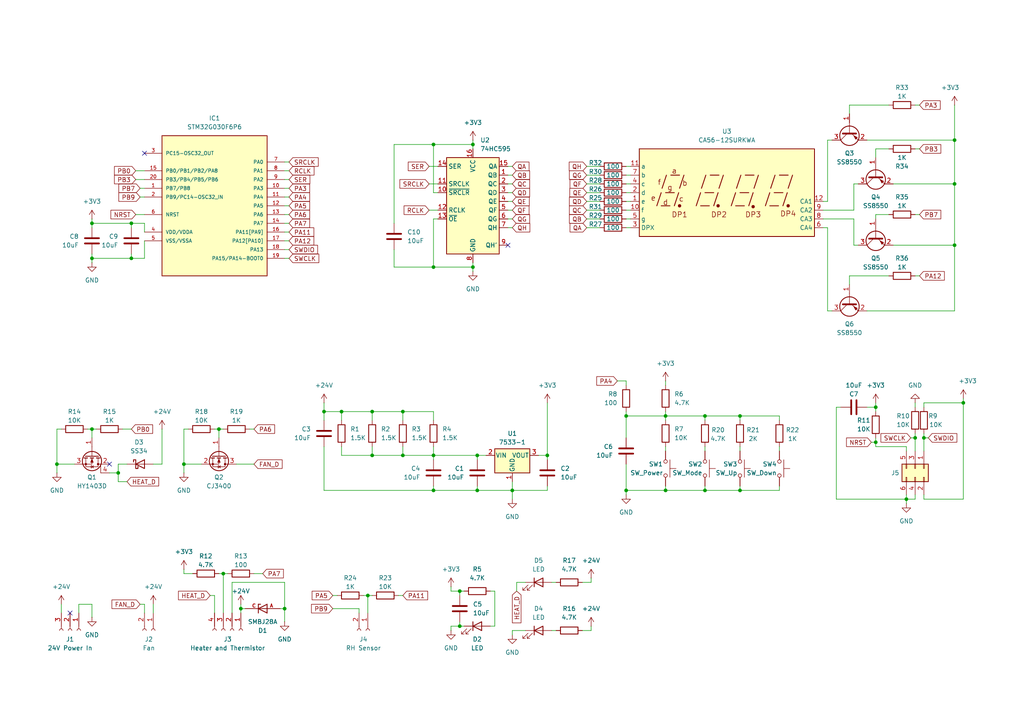
<source format=kicad_sch>
(kicad_sch (version 20250114) (generator "eeschema") (generator_version "9.0")
  (paper "A4")
  (junction (at 106.68 172.72))
  (junction (at 99.06 119.38))
  (junction (at 214.63 142.24))
  (junction (at 107.95 132.08))
  (junction (at 204.47 120.65))
  (junction (at 26.67 124.46))
  (junction (at 214.63 120.65))
  (junction (at 16.51 134.62))
  (junction (at 276.86 71.12))
  (junction (at 26.67 64.77))
  (junction (at 116.84 132.08))
  (junction (at 204.47 142.24))
  (junction (at 181.61 142.24))
  (junction (at 63.5 124.46))
  (junction (at 137.16 41.91))
  (junction (at 133.35 181.61))
  (junction (at 276.86 40.64))
  (junction (at 53.34 134.62))
  (junction (at 137.16 77.47))
  (junction (at 254 118.11))
  (junction (at 125.73 41.91))
  (junction (at 107.95 119.38))
  (junction (at 133.35 171.45))
  (junction (at 276.86 53.34))
  (junction (at 138.43 142.24))
  (junction (at 138.43 132.08))
  (junction (at 265.43 127))
  (junction (at 193.04 120.65))
  (junction (at 38.1 74.93))
  (junction (at 267.97 127))
  (junction (at 181.61 120.65))
  (junction (at 93.98 119.38))
  (junction (at 125.73 77.47))
  (junction (at 125.73 132.08))
  (junction (at 148.59 142.24))
  (junction (at 125.73 142.24))
  (junction (at 82.55 176.53))
  (junction (at 262.89 144.78))
  (junction (at 38.1 64.77))
  (junction (at 279.4 116.84))
  (junction (at 26.67 74.93))
  (junction (at 193.04 142.24))
  (junction (at 34.29 137.16))
  (junction (at 158.75 132.08))
  (junction (at 69.85 176.53))
  (junction (at 64.77 166.37))
  (junction (at 254 128.27))
  (junction (at 116.84 119.38))
  (no_connect (at 147.32 71.12))
  (no_connect (at 31.75 134.62))
  (no_connect (at 41.91 44.45))
  (no_connect (at 20.32 177.8))
  (wire (pts (xy 181.61 119.38) (xy 181.61 120.65)))
  (wire (pts (xy 125.73 119.38) (xy 125.73 121.92)))
  (wire (pts (xy 226.06 129.54) (xy 226.06 130.81)))
  (wire (pts (xy 181.61 66.04) (xy 182.88 66.04)))
  (wire (pts (xy 138.43 142.24) (xy 148.59 142.24)))
  (wire (pts (xy 242.57 144.78) (xy 262.89 144.78)))
  (wire (pts (xy 226.06 140.97) (xy 226.06 142.24)))
  (wire (pts (xy 214.63 120.65) (xy 214.63 121.92)))
  (wire (pts (xy 262.89 130.81) (xy 262.89 129.54)))
  (wire (pts (xy 149.86 171.45) (xy 149.86 168.91)))
  (wire (pts (xy 170.18 50.8) (xy 173.99 50.8)))
  (wire (pts (xy 170.18 58.42) (xy 173.99 58.42)))
  (wire (pts (xy 36.83 134.62) (xy 34.29 134.62)))
  (wire (pts (xy 148.59 144.78) (xy 148.59 142.24)))
  (wire (pts (xy 265.43 143.51) (xy 265.43 144.78)))
  (wire (pts (xy 38.1 124.46) (xy 35.56 124.46)))
  (wire (pts (xy 265.43 144.78) (xy 262.89 144.78)))
  (wire (pts (xy 22.86 175.26) (xy 26.67 175.26)))
  (wire (pts (xy 267.97 116.84) (xy 267.97 118.11)))
  (wire (pts (xy 148.59 58.42) (xy 147.32 58.42)))
  (wire (pts (xy 240.03 66.04) (xy 238.76 66.04)))
  (wire (pts (xy 83.82 54.61) (xy 82.55 54.61)))
  (wire (pts (xy 137.16 40.64) (xy 137.16 41.91)))
  (wire (pts (xy 226.06 121.92) (xy 226.06 120.65)))
  (wire (pts (xy 137.16 41.91) (xy 137.16 43.18)))
  (wire (pts (xy 138.43 142.24) (xy 138.43 140.97)))
  (wire (pts (xy 130.81 171.45) (xy 133.35 171.45)))
  (wire (pts (xy 39.37 62.23) (xy 41.91 62.23)))
  (wire (pts (xy 82.55 59.69) (xy 83.82 59.69)))
  (wire (pts (xy 265.43 116.84) (xy 265.43 118.11)))
  (wire (pts (xy 93.98 116.84) (xy 93.98 119.38)))
  (wire (pts (xy 247.65 71.12) (xy 247.65 63.5)))
  (wire (pts (xy 158.75 132.08) (xy 156.21 132.08)))
  (wire (pts (xy 38.1 74.93) (xy 41.91 74.93)))
  (wire (pts (xy 107.95 132.08) (xy 107.95 129.54)))
  (wire (pts (xy 93.98 121.92) (xy 93.98 119.38)))
  (wire (pts (xy 267.97 143.51) (xy 267.97 144.78)))
  (wire (pts (xy 73.66 124.46) (xy 72.39 124.46)))
  (wire (pts (xy 254 129.54) (xy 254 128.27)))
  (wire (pts (xy 93.98 119.38) (xy 99.06 119.38)))
  (wire (pts (xy 125.73 133.35) (xy 125.73 132.08)))
  (wire (pts (xy 137.16 76.2) (xy 137.16 77.47)))
  (wire (pts (xy 246.38 30.48) (xy 246.38 33.02)))
  (wire (pts (xy 267.97 127) (xy 267.97 130.81)))
  (wire (pts (xy 96.52 172.72) (xy 97.79 172.72)))
  (wire (pts (xy 62.23 124.46) (xy 63.5 124.46)))
  (wire (pts (xy 26.67 74.93) (xy 38.1 74.93)))
  (wire (pts (xy 82.55 176.53) (xy 82.55 180.34)))
  (wire (pts (xy 247.65 63.5) (xy 238.76 63.5)))
  (wire (pts (xy 137.16 78.74) (xy 137.16 77.47)))
  (wire (pts (xy 53.34 124.46) (xy 53.34 134.62)))
  (wire (pts (xy 193.04 120.65) (xy 193.04 121.92)))
  (wire (pts (xy 204.47 120.65) (xy 214.63 120.65)))
  (wire (pts (xy 246.38 80.01) (xy 246.38 82.55)))
  (wire (pts (xy 116.84 132.08) (xy 125.73 132.08)))
  (wire (pts (xy 262.89 143.51) (xy 262.89 144.78)))
  (wire (pts (xy 170.18 60.96) (xy 173.99 60.96)))
  (wire (pts (xy 254 116.84) (xy 254 118.11)))
  (wire (pts (xy 130.81 170.18) (xy 130.81 171.45)))
  (wire (pts (xy 158.75 133.35) (xy 158.75 132.08)))
  (wire (pts (xy 17.78 175.26) (xy 17.78 177.8)))
  (wire (pts (xy 251.46 40.64) (xy 276.86 40.64)))
  (wire (pts (xy 41.91 74.93) (xy 41.91 69.85)))
  (wire (pts (xy 16.51 124.46) (xy 17.78 124.46)))
  (wire (pts (xy 25.4 124.46) (xy 26.67 124.46)))
  (wire (pts (xy 62.23 172.72) (xy 62.23 177.8)))
  (wire (pts (xy 93.98 142.24) (xy 125.73 142.24)))
  (wire (pts (xy 83.82 69.85) (xy 82.55 69.85)))
  (wire (pts (xy 82.55 168.91) (xy 82.55 176.53)))
  (wire (pts (xy 125.73 142.24) (xy 138.43 142.24)))
  (wire (pts (xy 60.96 172.72) (xy 62.23 172.72)))
  (wire (pts (xy 148.59 182.88) (xy 152.4 182.88)))
  (wire (pts (xy 171.45 168.91) (xy 168.91 168.91)))
  (wire (pts (xy 26.67 74.93) (xy 26.67 76.2)))
  (wire (pts (xy 148.59 139.7) (xy 148.59 142.24)))
  (wire (pts (xy 44.45 175.26) (xy 44.45 177.8)))
  (wire (pts (xy 26.67 124.46) (xy 27.94 124.46)))
  (wire (pts (xy 204.47 120.65) (xy 204.47 121.92)))
  (wire (pts (xy 125.73 140.97) (xy 125.73 142.24)))
  (wire (pts (xy 40.64 57.15) (xy 41.91 57.15)))
  (wire (pts (xy 171.45 167.64) (xy 171.45 168.91)))
  (wire (pts (xy 53.34 134.62) (xy 58.42 134.62)))
  (wire (pts (xy 257.81 30.48) (xy 246.38 30.48)))
  (wire (pts (xy 124.46 53.34) (xy 127 53.34)))
  (wire (pts (xy 193.04 142.24) (xy 204.47 142.24)))
  (wire (pts (xy 82.55 168.91) (xy 67.31 168.91)))
  (wire (pts (xy 82.55 176.53) (xy 81.28 176.53)))
  (wire (pts (xy 99.06 132.08) (xy 107.95 132.08)))
  (wire (pts (xy 124.46 60.96) (xy 127 60.96)))
  (wire (pts (xy 179.07 110.49) (xy 181.61 110.49)))
  (wire (pts (xy 16.51 134.62) (xy 21.59 134.62)))
  (wire (pts (xy 106.68 172.72) (xy 106.68 177.8)))
  (wire (pts (xy 267.97 125.73) (xy 267.97 127)))
  (wire (pts (xy 148.59 142.24) (xy 158.75 142.24)))
  (wire (pts (xy 158.75 142.24) (xy 158.75 140.97)))
  (wire (pts (xy 138.43 133.35) (xy 138.43 132.08)))
  (wire (pts (xy 71.12 176.53) (xy 69.85 176.53)))
  (wire (pts (xy 262.89 146.05) (xy 262.89 144.78)))
  (wire (pts (xy 22.86 177.8) (xy 22.86 175.26)))
  (wire (pts (xy 63.5 124.46) (xy 63.5 127)))
  (wire (pts (xy 267.97 144.78) (xy 279.4 144.78)))
  (wire (pts (xy 134.62 171.45) (xy 133.35 171.45)))
  (wire (pts (xy 46.99 124.46) (xy 46.99 134.62)))
  (wire (pts (xy 266.7 43.18) (xy 265.43 43.18)))
  (wire (pts (xy 53.34 166.37) (xy 55.88 166.37)))
  (wire (pts (xy 63.5 166.37) (xy 64.77 166.37)))
  (wire (pts (xy 170.18 48.26) (xy 173.99 48.26)))
  (wire (pts (xy 38.1 73.66) (xy 38.1 74.93)))
  (wire (pts (xy 40.64 54.61) (xy 41.91 54.61)))
  (wire (pts (xy 53.34 134.62) (xy 53.34 137.16)))
  (wire (pts (xy 181.61 110.49) (xy 181.61 111.76)))
  (wire (pts (xy 26.67 64.77) (xy 38.1 64.77)))
  (wire (pts (xy 240.03 90.17) (xy 240.03 66.04)))
  (wire (pts (xy 40.64 175.26) (xy 41.91 175.26)))
  (wire (pts (xy 254 62.23) (xy 254 63.5)))
  (wire (pts (xy 267.97 116.84) (xy 279.4 116.84)))
  (wire (pts (xy 114.3 72.39) (xy 114.3 77.47)))
  (wire (pts (xy 181.61 63.5) (xy 182.88 63.5)))
  (wire (pts (xy 193.04 129.54) (xy 193.04 130.81)))
  (wire (pts (xy 125.73 132.08) (xy 138.43 132.08)))
  (wire (pts (xy 193.04 119.38) (xy 193.04 120.65)))
  (wire (pts (xy 26.67 66.04) (xy 26.67 64.77)))
  (wire (pts (xy 247.65 60.96) (xy 238.76 60.96)))
  (wire (pts (xy 181.61 53.34) (xy 182.88 53.34)))
  (wire (pts (xy 16.51 137.16) (xy 16.51 134.62)))
  (wire (pts (xy 269.24 127) (xy 267.97 127)))
  (wire (pts (xy 83.82 74.93) (xy 82.55 74.93)))
  (wire (pts (xy 63.5 124.46) (xy 64.77 124.46)))
  (wire (pts (xy 125.73 63.5) (xy 125.73 77.47)))
  (wire (pts (xy 41.91 64.77) (xy 38.1 64.77)))
  (wire (pts (xy 140.97 132.08) (xy 138.43 132.08)))
  (wire (pts (xy 181.61 142.24) (xy 193.04 142.24)))
  (wire (pts (xy 279.4 116.84) (xy 279.4 144.78)))
  (wire (pts (xy 115.57 172.72) (xy 116.84 172.72)))
  (wire (pts (xy 181.61 120.65) (xy 193.04 120.65)))
  (wire (pts (xy 53.34 165.1) (xy 53.34 166.37)))
  (wire (pts (xy 99.06 132.08) (xy 99.06 129.54)))
  (wire (pts (xy 133.35 171.45) (xy 133.35 172.72)))
  (wire (pts (xy 251.46 118.11) (xy 254 118.11)))
  (wire (pts (xy 193.04 110.49) (xy 193.04 111.76)))
  (wire (pts (xy 83.82 67.31) (xy 82.55 67.31)))
  (wire (pts (xy 181.61 58.42) (xy 182.88 58.42)))
  (wire (pts (xy 181.61 60.96) (xy 182.88 60.96)))
  (wire (pts (xy 83.82 64.77) (xy 82.55 64.77)))
  (wire (pts (xy 143.51 181.61) (xy 142.24 181.61)))
  (wire (pts (xy 276.86 53.34) (xy 259.08 53.34)))
  (wire (pts (xy 106.68 172.72) (xy 107.95 172.72)))
  (wire (pts (xy 257.81 43.18) (xy 254 43.18)))
  (wire (pts (xy 83.82 57.15) (xy 82.55 57.15)))
  (wire (pts (xy 104.14 176.53) (xy 104.14 177.8)))
  (wire (pts (xy 148.59 63.5) (xy 147.32 63.5)))
  (wire (pts (xy 161.29 182.88) (xy 160.02 182.88)))
  (wire (pts (xy 265.43 125.73) (xy 265.43 127)))
  (wire (pts (xy 240.03 58.42) (xy 238.76 58.42)))
  (wire (pts (xy 193.04 120.65) (xy 204.47 120.65)))
  (wire (pts (xy 16.51 124.46) (xy 16.51 134.62)))
  (wire (pts (xy 226.06 142.24) (xy 214.63 142.24)))
  (wire (pts (xy 39.37 52.07) (xy 41.91 52.07)))
  (wire (pts (xy 170.18 66.04) (xy 173.99 66.04)))
  (wire (pts (xy 114.3 77.47) (xy 125.73 77.47)))
  (wire (pts (xy 67.31 168.91) (xy 67.31 177.8)))
  (wire (pts (xy 99.06 119.38) (xy 107.95 119.38)))
  (wire (pts (xy 149.86 168.91) (xy 152.4 168.91)))
  (wire (pts (xy 26.67 73.66) (xy 26.67 74.93)))
  (wire (pts (xy 181.61 143.51) (xy 181.61 142.24)))
  (wire (pts (xy 181.61 50.8) (xy 182.88 50.8)))
  (wire (pts (xy 124.46 48.26) (xy 127 48.26)))
  (wire (pts (xy 125.73 41.91) (xy 137.16 41.91)))
  (wire (pts (xy 276.86 40.64) (xy 276.86 53.34)))
  (wire (pts (xy 254 118.11) (xy 254 119.38)))
  (wire (pts (xy 125.73 55.88) (xy 127 55.88)))
  (wire (pts (xy 251.46 90.17) (xy 276.86 90.17)))
  (wire (pts (xy 148.59 184.15) (xy 148.59 182.88)))
  (wire (pts (xy 193.04 140.97) (xy 193.04 142.24)))
  (wire (pts (xy 181.61 127) (xy 181.61 120.65)))
  (wire (pts (xy 276.86 30.48) (xy 276.86 40.64)))
  (wire (pts (xy 143.51 171.45) (xy 142.24 171.45)))
  (wire (pts (xy 279.4 115.57) (xy 279.4 116.84)))
  (wire (pts (xy 181.61 48.26) (xy 182.88 48.26)))
  (wire (pts (xy 276.86 90.17) (xy 276.86 71.12)))
  (wire (pts (xy 44.45 134.62) (xy 46.99 134.62)))
  (wire (pts (xy 148.59 60.96) (xy 147.32 60.96)))
  (wire (pts (xy 148.59 66.04) (xy 147.32 66.04)))
  (wire (pts (xy 148.59 50.8) (xy 147.32 50.8)))
  (wire (pts (xy 204.47 142.24) (xy 214.63 142.24)))
  (wire (pts (xy 266.7 62.23) (xy 265.43 62.23)))
  (wire (pts (xy 240.03 40.64) (xy 240.03 58.42)))
  (wire (pts (xy 266.7 80.01) (xy 265.43 80.01)))
  (wire (pts (xy 54.61 124.46) (xy 53.34 124.46)))
  (wire (pts (xy 214.63 129.54) (xy 214.63 130.81)))
  (wire (pts (xy 39.37 49.53) (xy 41.91 49.53)))
  (wire (pts (xy 83.82 52.07) (xy 82.55 52.07)))
  (wire (pts (xy 83.82 49.53) (xy 82.55 49.53)))
  (wire (pts (xy 276.86 53.34) (xy 276.86 71.12)))
  (wire (pts (xy 264.16 127) (xy 265.43 127)))
  (wire (pts (xy 171.45 181.61) (xy 171.45 182.88)))
  (wire (pts (xy 83.82 46.99) (xy 82.55 46.99)))
  (wire (pts (xy 247.65 53.34) (xy 247.65 60.96)))
  (wire (pts (xy 254 129.54) (xy 262.89 129.54)))
  (wire (pts (xy 170.18 55.88) (xy 173.99 55.88)))
  (wire (pts (xy 125.73 77.47) (xy 137.16 77.47)))
  (wire (pts (xy 133.35 181.61) (xy 133.35 180.34)))
  (wire (pts (xy 83.82 62.23) (xy 82.55 62.23)))
  (wire (pts (xy 76.2 166.37) (xy 73.66 166.37)))
  (wire (pts (xy 134.62 181.61) (xy 133.35 181.61)))
  (wire (pts (xy 204.47 129.54) (xy 204.47 130.81)))
  (wire (pts (xy 64.77 166.37) (xy 66.04 166.37)))
  (wire (pts (xy 31.75 137.16) (xy 34.29 137.16)))
  (wire (pts (xy 252.73 128.27) (xy 254 128.27)))
  (wire (pts (xy 214.63 120.65) (xy 226.06 120.65)))
  (wire (pts (xy 99.06 119.38) (xy 99.06 121.92)))
  (wire (pts (xy 158.75 116.84) (xy 158.75 132.08)))
  (wire (pts (xy 107.95 119.38) (xy 107.95 121.92)))
  (wire (pts (xy 127 63.5) (xy 125.73 63.5)))
  (wire (pts (xy 96.52 176.53) (xy 104.14 176.53)))
  (wire (pts (xy 257.81 62.23) (xy 254 62.23)))
  (wire (pts (xy 26.67 175.26) (xy 26.67 179.07)))
  (wire (pts (xy 73.66 134.62) (xy 68.58 134.62)))
  (wire (pts (xy 130.81 182.88) (xy 130.81 181.61)))
  (wire (pts (xy 242.57 118.11) (xy 242.57 144.78)))
  (wire (pts (xy 41.91 64.77) (xy 41.91 67.31)))
  (wire (pts (xy 161.29 168.91) (xy 160.02 168.91)))
  (wire (pts (xy 114.3 41.91) (xy 125.73 41.91)))
  (wire (pts (xy 107.95 119.38) (xy 116.84 119.38)))
  (wire (pts (xy 41.91 175.26) (xy 41.91 177.8)))
  (wire (pts (xy 105.41 172.72) (xy 106.68 172.72)))
  (wire (pts (xy 26.67 63.5) (xy 26.67 64.77)))
  (wire (pts (xy 214.63 140.97) (xy 214.63 142.24)))
  (wire (pts (xy 265.43 127) (xy 265.43 130.81)))
  (wire (pts (xy 107.95 132.08) (xy 116.84 132.08)))
  (wire (pts (xy 241.3 40.64) (xy 240.03 40.64)))
  (wire (pts (xy 114.3 64.77) (xy 114.3 41.91)))
  (wire (pts (xy 83.82 72.39) (xy 82.55 72.39)))
  (wire (pts (xy 69.85 176.53) (xy 69.85 177.8)))
  (wire (pts (xy 204.47 140.97) (xy 204.47 142.24)))
  (wire (pts (xy 171.45 182.88) (xy 168.91 182.88)))
  (wire (pts (xy 181.61 55.88) (xy 182.88 55.88)))
  (wire (pts (xy 254 128.27) (xy 254 127)))
  (wire (pts (xy 143.51 181.61) (xy 143.51 171.45)))
  (wire (pts (xy 125.73 132.08) (xy 125.73 129.54)))
  (wire (pts (xy 248.92 53.34) (xy 247.65 53.34)))
  (wire (pts (xy 148.59 55.88) (xy 147.32 55.88)))
  (wire (pts (xy 170.18 53.34) (xy 173.99 53.34)))
  (wire (pts (xy 248.92 71.12) (xy 247.65 71.12)))
  (wire (pts (xy 38.1 64.77) (xy 38.1 66.04)))
  (wire (pts (xy 93.98 129.54) (xy 93.98 142.24)))
  (wire (pts (xy 254 43.18) (xy 254 45.72)))
  (wire (pts (xy 34.29 134.62) (xy 34.29 137.16)))
  (wire (pts (xy 116.84 132.08) (xy 116.84 129.54)))
  (wire (pts (xy 241.3 90.17) (xy 240.03 90.17)))
  (wire (pts (xy 116.84 119.38) (xy 116.84 121.92)))
  (wire (pts (xy 148.59 53.34) (xy 147.32 53.34)))
  (wire (pts (xy 148.59 48.26) (xy 147.32 48.26)))
  (wire (pts (xy 34.29 139.7) (xy 34.29 137.16)))
  (wire (pts (xy 64.77 166.37) (xy 64.77 177.8)))
  (wire (pts (xy 69.85 175.26) (xy 69.85 176.53)))
  (wire (pts (xy 170.18 63.5) (xy 173.99 63.5)))
  (wire (pts (xy 125.73 55.88) (xy 125.73 41.91)))
  (wire (pts (xy 259.08 71.12) (xy 276.86 71.12)))
  (wire (pts (xy 257.81 80.01) (xy 246.38 80.01)))
  (wire (pts (xy 243.84 118.11) (xy 242.57 118.11)))
  (wire (pts (xy 266.7 30.48) (xy 265.43 30.48)))
  (wire (pts (xy 130.81 181.61) (xy 133.35 181.61)))
  (wire (pts (xy 181.61 134.62) (xy 181.61 142.24)))
  (wire (pts (xy 26.67 124.46) (xy 26.67 127)))
  (wire (pts (xy 34.29 139.7) (xy 36.83 139.7)))
  (wire (pts (xy 116.84 119.38) (xy 125.73 119.38)))
  (global_label "QB" (shape input) (at 170.18 63.5 180) (property "Intersheetrefs" "${INTERSHEET_REFS}" (effects (hide yes))))
  (global_label "PB9" (shape input) (at 96.52 176.53 180) (property "Intersheetrefs" "${INTERSHEET_REFS}" (effects (hide yes))))
  (global_label "SWDIO" (shape input) (at 83.82 72.39 0) (property "Intersheetrefs" "${INTERSHEET_REFS}" (effects (hide yes))))
  (global_label "NRST" (shape input) (at 39.37 62.23 180) (property "Intersheetrefs" "${INTERSHEET_REFS}" (effects (hide yes))))
  (global_label "QD" (shape input) (at 148.59 55.88 0) (property "Intersheetrefs" "${INTERSHEET_REFS}" (effects (hide yes))))
  (global_label "SWCLK" (shape input) (at 83.82 74.93 0) (property "Intersheetrefs" "${INTERSHEET_REFS}" (effects (hide yes))))
  (global_label "SRCLK" (shape input) (at 83.82 46.99 0) (property "Intersheetrefs" "${INTERSHEET_REFS}" (effects (hide yes))))
  (global_label "PA11" (shape input) (at 83.82 67.31 0) (property "Intersheetrefs" "${INTERSHEET_REFS}" (effects (hide yes))))
  (global_label "PB0" (shape input) (at 38.1 124.46 0) (property "Intersheetrefs" "${INTERSHEET_REFS}" (effects (hide yes))))
  (global_label "QH" (shape input) (at 148.59 66.04 0) (property "Intersheetrefs" "${INTERSHEET_REFS}" (effects (hide yes))))
  (global_label "PA5" (shape input) (at 96.52 172.72 180) (property "Intersheetrefs" "${INTERSHEET_REFS}" (effects (hide yes))))
  (global_label "QF" (shape input) (at 148.59 60.96 0) (property "Intersheetrefs" "${INTERSHEET_REFS}" (effects (hide yes))))
  (global_label "QG" (shape input) (at 170.18 50.8 180) (property "Intersheetrefs" "${INTERSHEET_REFS}" (effects (hide yes))))
  (global_label "RCLK" (shape input) (at 124.46 60.96 180) (property "Intersheetrefs" "${INTERSHEET_REFS}" (effects (hide yes))))
  (global_label "SRCLK" (shape input) (at 124.46 53.34 180) (property "Intersheetrefs" "${INTERSHEET_REFS}" (effects (hide yes))))
  (global_label "HEAT_D" (shape input) (at 36.83 139.7 0) (property "Intersheetrefs" "${INTERSHEET_REFS}" (effects (hide yes))))
  (global_label "NRST" (shape input) (at 252.73 128.27 180) (property "Intersheetrefs" "${INTERSHEET_REFS}" (effects (hide yes))))
  (global_label "SER" (shape input) (at 124.46 48.26 180) (property "Intersheetrefs" "${INTERSHEET_REFS}" (effects (hide yes))))
  (global_label "PB0" (shape input) (at 39.37 49.53 180) (property "Intersheetrefs" "${INTERSHEET_REFS}" (effects (hide yes))))
  (global_label "QE" (shape input) (at 148.59 58.42 0) (property "Intersheetrefs" "${INTERSHEET_REFS}" (effects (hide yes))))
  (global_label "PB3" (shape input) (at 266.7 43.18 0) (property "Intersheetrefs" "${INTERSHEET_REFS}" (effects (hide yes))))
  (global_label "QG" (shape input) (at 148.59 63.5 0) (property "Intersheetrefs" "${INTERSHEET_REFS}" (effects (hide yes))))
  (global_label "PA12" (shape input) (at 266.7 80.01 0) (property "Intersheetrefs" "${INTERSHEET_REFS}" (effects (hide yes))))
  (global_label "QA" (shape input) (at 148.59 48.26 0) (property "Intersheetrefs" "${INTERSHEET_REFS}" (effects (hide yes))))
  (global_label "SWDIO" (shape input) (at 269.24 127 0) (property "Intersheetrefs" "${INTERSHEET_REFS}" (effects (hide yes))))
  (global_label "PB9" (shape input) (at 40.64 57.15 180) (property "Intersheetrefs" "${INTERSHEET_REFS}" (effects (hide yes))))
  (global_label "PB3" (shape input) (at 39.37 52.07 180) (property "Intersheetrefs" "${INTERSHEET_REFS}" (effects (hide yes))))
  (global_label "QD" (shape input) (at 170.18 58.42 180) (property "Intersheetrefs" "${INTERSHEET_REFS}" (effects (hide yes))))
  (global_label "PA4" (shape input) (at 179.07 110.49 180) (property "Intersheetrefs" "${INTERSHEET_REFS}" (effects (hide yes))))
  (global_label "QA" (shape input) (at 170.18 66.04 180) (property "Intersheetrefs" "${INTERSHEET_REFS}" (effects (hide yes))))
  (global_label "PA6" (shape input) (at 83.82 62.23 0) (property "Intersheetrefs" "${INTERSHEET_REFS}" (effects (hide yes))))
  (global_label "QE" (shape input) (at 170.18 55.88 180) (property "Intersheetrefs" "${INTERSHEET_REFS}" (effects (hide yes))))
  (global_label "SWCLK" (shape input) (at 264.16 127 180) (property "Intersheetrefs" "${INTERSHEET_REFS}" (effects (hide yes))))
  (global_label "FAN_D" (shape input) (at 40.64 175.26 180) (property "Intersheetrefs" "${INTERSHEET_REFS}" (effects (hide yes))))
  (global_label "PA11" (shape input) (at 116.84 172.72 0) (property "Intersheetrefs" "${INTERSHEET_REFS}" (effects (hide yes))))
  (global_label "PA4" (shape input) (at 83.82 57.15 0) (property "Intersheetrefs" "${INTERSHEET_REFS}" (effects (hide yes))))
  (global_label "FAN_D" (shape input) (at 73.66 134.62 0) (property "Intersheetrefs" "${INTERSHEET_REFS}" (effects (hide yes))))
  (global_label "PA3" (shape input) (at 83.82 54.61 0) (property "Intersheetrefs" "${INTERSHEET_REFS}" (effects (hide yes))))
  (global_label "QC" (shape input) (at 170.18 60.96 180) (property "Intersheetrefs" "${INTERSHEET_REFS}" (effects (hide yes))))
  (global_label "PA6" (shape input) (at 73.66 124.46 0) (property "Intersheetrefs" "${INTERSHEET_REFS}" (effects (hide yes))))
  (global_label "QF" (shape input) (at 170.18 53.34 180) (property "Intersheetrefs" "${INTERSHEET_REFS}" (effects (hide yes))))
  (global_label "QH" (shape input) (at 170.18 48.26 180) (property "Intersheetrefs" "${INTERSHEET_REFS}" (effects (hide yes))))
  (global_label "SER" (shape input) (at 83.82 52.07 0) (property "Intersheetrefs" "${INTERSHEET_REFS}" (effects (hide yes))))
  (global_label "PA7" (shape input) (at 83.82 64.77 0) (property "Intersheetrefs" "${INTERSHEET_REFS}" (effects (hide yes))))
  (global_label "PA5" (shape input) (at 83.82 59.69 0) (property "Intersheetrefs" "${INTERSHEET_REFS}" (effects (hide yes))))
  (global_label "PA3" (shape input) (at 266.7 30.48 0) (property "Intersheetrefs" "${INTERSHEET_REFS}" (effects (hide yes))))
  (global_label "PB7" (shape input) (at 266.7 62.23 0) (property "Intersheetrefs" "${INTERSHEET_REFS}" (effects (hide yes))))
  (global_label "RCLK" (shape input) (at 83.82 49.53 0) (property "Intersheetrefs" "${INTERSHEET_REFS}" (effects (hide yes))))
  (global_label "HEAT_D" (shape input) (at 149.86 171.45 270) (property "Intersheetrefs" "${INTERSHEET_REFS}" (effects (hide yes))))
  (global_label "QC" (shape input) (at 148.59 53.34 0) (property "Intersheetrefs" "${INTERSHEET_REFS}" (effects (hide yes))))
  (global_label "PA12" (shape input) (at 83.82 69.85 0) (property "Intersheetrefs" "${INTERSHEET_REFS}" (effects (hide yes))))
  (global_label "PA7" (shape input) (at 76.2 166.37 0) (property "Intersheetrefs" "${INTERSHEET_REFS}" (effects (hide yes))))
  (global_label "QB" (shape input) (at 148.59 50.8 0) (property "Intersheetrefs" "${INTERSHEET_REFS}" (effects (hide yes))))
  (global_label "PB7" (shape input) (at 40.64 54.61 180) (property "Intersheetrefs" "${INTERSHEET_REFS}" (effects (hide yes))))
  (global_label "HEAT_D" (shape input) (at 60.96 172.72 180) (property "Intersheetrefs" "${INTERSHEET_REFS}" (effects (hide yes))))
  (symbol (lib_id "Switch:SW_Push") (at 214.63 135.89 270) (unit 1)
    (property "Reference" "SW3" (at 213.868 134.62 90) (effects (justify right)))
    (property "Value" "SW_Up" (at 213.868 137.16 90) (effects (justify right)))
    (property "Description" "Push button switch, generic, two pins" (effects (hide yes)))
  )
  (symbol (lib_id "Device:R") (at 111.76 172.72 270) (mirror x) (unit 1)
    (property "Reference" "R23" (at 111.76 167.64 90))
    (property "Value" "10K" (at 111.76 170.18 90))
    (property "Footprint" "Resistor_SMD:R_0805_2012Metric" (effects (hide yes)))
    (property "Description" "Resistor" (effects (hide yes)))
  )
  (symbol (lib_id "Device:R") (at 177.8 48.26 90) (mirror x) (unit 1)
    (property "Reference" "R32" (at 172.72 47.244 90))
    (property "Value" "100" (at 177.8 48.26 90))
    (property "Footprint" "Resistor_SMD:R_0805_2012Metric" (effects (hide yes)))
    (property "Description" "Resistor" (effects (hide yes)))
  )
  (symbol (lib_id "power:+3V3") (at 53.34 165.1 0) (unit 1)
    (property "Reference" "#PWR019" (effects (hide yes)))
    (property "Value" "+3V3" (at 53.34 160.02 0))
    (property "Description" "Power symbol creates a global label with name \"+3V3\"" (effects (hide yes)))
  )
  (symbol (lib_id "power:GND") (at 137.16 78.74 0) (mirror y) (unit 1)
    (property "Reference" "#PWR015" (effects (hide yes)))
    (property "Value" "GND" (at 137.16 83.82 0))
    (property "Description" "Power symbol creates a global label with name \"GND\" , ground" (effects (hide yes)))
  )
  (symbol (lib_id "Device:R") (at 261.62 62.23 90) (mirror x) (unit 1)
    (property "Reference" "R35" (at 261.62 57.15 90))
    (property "Value" "1K" (at 261.62 59.69 90))
    (property "Footprint" "Resistor_SMD:R_0805_2012Metric" (effects (hide yes)))
    (property "Description" "Resistor" (effects (hide yes)))
  )
  (symbol (lib_id "power:+3V3") (at 130.81 170.18 0) (unit 1)
    (property "Reference" "#PWR03" (effects (hide yes)))
    (property "Value" "+3V3" (at 130.81 165.1 0))
    (property "Description" "Power symbol creates a global label with name \"+3V3\"" (effects (hide yes)))
  )
  (symbol (lib_id "Transistor_BJT:SS8550") (at 254 50.8 90) (mirror x) (unit 1)
    (property "Reference" "Q4" (at 254 57.15 90))
    (property "Value" "SS8550" (at 254 59.69 90))
    (property "Footprint" "Package_TO_SOT_SMD:SOT-23" (effects (hide yes)))
    (property "Datasheet" "http://www.secosgmbh.com/datasheet/products/SSMPTransistor/SOT-23/SS8550.pdf" (effects (hide yes)))
    (property "Description" "General Purpose PNP Transistor, 1.5A Ic, 25V Vce, SOT-23" (effects (hide yes)))
  )
  (symbol (lib_id "Device:R") (at 165.1 182.88 90) (unit 1)
    (property "Reference" "R16" (at 165.1 176.53 90))
    (property "Value" "4.7K" (at 165.1 179.07 90))
    (property "Footprint" "Resistor_SMD:R_0805_2012Metric" (effects (hide yes)))
    (property "Description" "Resistor" (effects (hide yes)))
  )
  (symbol (lib_id "Device:R") (at 193.04 125.73 180) (unit 1)
    (property "Reference" "R7" (at 195.58 124.4599 0) (effects (justify right)))
    (property "Value" "10K" (at 195.58 126.9999 0) (effects (justify right)))
    (property "Footprint" "Resistor_SMD:R_0805_2012Metric" (effects (hide yes)))
    (property "Description" "Resistor" (effects (hide yes)))
  )
  (symbol (lib_id "Transistor_BJT:SS8550") (at 246.38 38.1 90) (mirror x) (unit 1)
    (property "Reference" "Q3" (at 246.38 44.45 90))
    (property "Value" "SS8550" (at 246.38 46.99 90))
    (property "Footprint" "Package_TO_SOT_SMD:SOT-23" (effects (hide yes)))
    (property "Datasheet" "http://www.secosgmbh.com/datasheet/products/SSMPTransistor/SOT-23/SS8550.pdf" (effects (hide yes)))
    (property "Description" "General Purpose PNP Transistor, 1.5A Ic, 25V Vce, SOT-23" (effects (hide yes)))
  )
  (symbol (lib_id "Device:R") (at 226.06 125.73 0) (mirror y) (unit 1)
    (property "Reference" "R22" (at 229.87 124.714 0))
    (property "Value" "1K" (at 229.87 127.254 0))
    (property "Footprint" "Resistor_SMD:R_0805_2012Metric" (effects (hide yes)))
    (property "Description" "Resistor" (effects (hide yes)))
  )
  (symbol (lib_id "power:GND") (at 262.89 146.05 0) (unit 1)
    (property "Reference" "#PWR013" (effects (hide yes)))
    (property "Value" "GND" (at 262.89 151.13 0))
    (property "Description" "Power symbol creates a global label with name \"GND\" , ground" (effects (hide yes)))
  )
  (symbol (lib_id "power:+24V") (at 17.78 175.26 0) (unit 1)
    (property "Reference" "#PWR01" (effects (hide yes)))
    (property "Value" "+24V" (at 17.78 170.18 0))
    (property "Description" "Power symbol creates a global label with name \"+24V\"" (effects (hide yes)))
  )
  (symbol (lib_id "Device:C") (at 114.3 68.58 0) (unit 1)
    (property "Reference" "C10" (at 118.11 67.3099 0) (effects (justify left)))
    (property "Value" "10uF" (at 118.11 69.8499 0) (effects (justify left)))
    (property "Footprint" "Diode_SMD:D_0805_2012Metric" (effects (hide yes)))
    (property "Description" "Unpolarized capacitor" (effects (hide yes)))
  )
  (symbol (lib_id "Display_Character:CA56-12SURKWA") (at 210.82 55.88 0) (unit 1)
    (property "Reference" "U3" (at 210.82 38.1 0))
    (property "Value" "CA56-12SURKWA" (at 210.82 40.64 0))
    (property "Footprint" "Display_7Segment:CA56-12SURKWA" (effects (hide yes)))
    (property "Datasheet" "http://www.kingbright.com/attachments/file/psearch/000/00/00/CA56-12SURKWA(Ver.8A).pdf" (effects (hide yes)))
    (property "Description" "4 digit 7 segment hyper red LED, common anode" (effects (hide yes)))
  )
  (symbol (lib_id "Device:C") (at 133.35 176.53 0) (unit 1)
    (property "Reference" "C5" (at 137.16 175.2599 0) (effects (justify left)))
    (property "Value" "10uF" (at 137.16 177.7999 0) (effects (justify left)))
    (property "Footprint" "Diode_SMD:D_0805_2012Metric" (effects (hide yes)))
    (property "Description" "Unpolarized capacitor" (effects (hide yes)))
  )
  (symbol (lib_id "Device:R") (at 58.42 124.46 270) (mirror x) (unit 1)
    (property "Reference" "R18" (at 58.42 119.38 90))
    (property "Value" "10K" (at 58.42 121.92 90))
    (property "Footprint" "Resistor_SMD:R_0805_2012Metric" (effects (hide yes)))
    (property "Description" "Resistor" (effects (hide yes)))
  )
  (symbol (lib_id "Switch:SW_Push") (at 204.47 135.89 270) (unit 1)
    (property "Reference" "SW2" (at 203.708 134.62 90) (effects (justify right)))
    (property "Value" "SW_Mode" (at 203.708 137.16 90) (effects (justify right)))
    (property "Description" "Push button switch, generic, two pins" (effects (hide yes)))
  )
  (symbol (lib_id "Device:C") (at 247.65 118.11 270) (mirror x) (unit 1)
    (property "Reference" "C7" (at 247.65 114.3 90))
    (property "Value" "10uF" (at 247.65 111.76 90))
    (property "Footprint" "Diode_SMD:D_0805_2012Metric" (effects (hide yes)))
    (property "Description" "Unpolarized capacitor" (effects (hide yes)))
  )
  (symbol (lib_id "Device:R") (at 254 123.19 0) (mirror x) (unit 1)
    (property "Reference" "R11" (at 252.476 121.92 0) (effects (justify right)))
    (property "Value" "10K" (at 252.476 124.46 0) (effects (justify right)))
    (property "Footprint" "Resistor_SMD:R_0805_2012Metric" (effects (hide yes)))
    (property "Description" "Resistor" (effects (hide yes)))
  )
  (symbol (lib_id "power:GND") (at 26.67 76.2 0) (mirror y) (unit 1)
    (property "Reference" "#PWR012" (effects (hide yes)))
    (property "Value" "GND" (at 26.67 81.28 0))
    (property "Description" "Power symbol creates a global label with name \"GND\" , ground" (effects (hide yes)))
  )
  (symbol (lib_id "power:GND") (at 26.67 179.07 0) (unit 1)
    (property "Reference" "#PWR02" (effects (hide yes)))
    (property "Value" "GND" (at 26.67 184.15 0))
    (property "Description" "Power symbol creates a global label with name \"GND\" , ground" (effects (hide yes)))
  )
  (symbol (lib_id "power:+24V") (at 44.45 175.26 0) (unit 1)
    (property "Reference" "#PWR026" (effects (hide yes)))
    (property "Value" "+24V" (at 44.45 170.18 0))
    (property "Description" "Power symbol creates a global label with name \"+24V\"" (effects (hide yes)))
  )
  (symbol (lib_id "power:GND") (at 148.59 144.78 0) (unit 1)
    (property "Reference" "#PWR04" (effects (hide yes)))
    (property "Value" "GND" (at 148.59 149.86 0))
    (property "Description" "Power symbol creates a global label with name \"GND\" , ground" (effects (hide yes)))
  )
  (symbol (lib_id "power:+24V") (at 171.45 167.64 0) (unit 1)
    (property "Reference" "#PWR027" (effects (hide yes)))
    (property "Value" "+24V" (at 171.45 162.56 0))
    (property "Description" "Power symbol creates a global label with name \"+24V\"" (effects (hide yes)))
  )
  (symbol (lib_id "Transistor_FET:Q_NMOS_GSD") (at 63.5 132.08 270) (unit 1)
    (property "Reference" "Q2" (at 63.5 138.43 90))
    (property "Value" "CJ3400" (at 63.5 140.97 90))
    (property "Footprint" "Package_TO_SOT_SMD:SOT-23" (effects (hide yes)))
    (property "Datasheet" "https://www.lcsc.com/datasheet/C19019.pdf" (effects (hide yes)))
    (property "Description" "30V 5.8A 52mΩ@2.5V,4A 350mW One N-channel SOT-23 Single FETs, MOSFETs RoHS" (effects (hide yes)))
  )
  (symbol (lib_id "Transistor_FET:Q_NMOS_GDSD") (at 26.67 132.08 270) (unit 1)
    (property "Reference" "Q1" (at 26.67 138.43 90))
    (property "Value" "HY1403D" (at 26.67 140.97 90))
    (property "Footprint" "Package_TO_SOT_SMD:TO-252-3_TabPin4" (effects (hide yes)))
    (property "Datasheet" "https://www.lcsc.com/datasheet/C358117.pdf" (effects (hide yes)))
    (property "Description" "30V 42A 30W 17mΩ@4.5V One N-channel TO-252-2L Single FETs, MOSFETs RoHS" (effects (hide yes)))
  )
  (symbol (lib_id "SMBJ28A:SMBJ28A") (at 76.2 176.53 0) (mirror x) (unit 1)
    (property "Reference" "D1" (at 76.2 182.88 0))
    (property "Value" "SMBJ28A" (at 76.2 180.34 0))
    (property "Footprint" "Diode_SMD:D_SMB" (effects (hide yes)))
    (property "MF" "Littelfuse Inc." (effects (hide yes)))
    (property "MAXIMUM_PACKAGE_HEIGHT" "2.44mm" (effects (hide yes)))
    (property "Package" "DO-214AA Littelfuse" (effects (hide yes)))
    (property "Price" "None" (effects (hide yes)))
    (property "Check_prices" "https://www.snapeda.com/parts/SMBJ28A/Littelfuse/view-part/?ref=eda" (effects (hide yes)))
    (property "STANDARD" "IPC 7351B" (effects (hide yes)))
    (property "PARTREV" "30-Jun-2021" (effects (hide yes)))
    (property "SnapEDA_Link" "https://www.snapeda.com/parts/SMBJ28A/Littelfuse/view-part/?ref=snap" (effects (hide yes)))
    (property "MP" "SMBJ28A" (effects (hide yes)))
    (property "Description_1" "TVS Diode, 600W, 28V, -65 to 150 Operating Temp, Surface Mount, SMBJ Series | Littelfuse SMBJ28A" (effects (hide yes)))
    (property "Availability" "In Stock" (effects (hide yes)))
    (property "MANUFACTURER" "Vishay" (effects (hide yes)))
  )
  (symbol (lib_id "Device:R") (at 101.6 172.72 90) (mirror x) (unit 1)
    (property "Reference" "R24" (at 101.6 167.64 90))
    (property "Value" "1K" (at 101.6 170.18 90))
    (property "Footprint" "Resistor_SMD:R_0805_2012Metric" (effects (hide yes)))
    (property "Description" "Resistor" (effects (hide yes)))
  )
  (symbol (lib_id "Device:LED") (at 156.21 168.91 0) (unit 1)
    (property "Reference" "D5" (at 156.21 162.56 0))
    (property "Value" "LED" (at 156.21 165.1 0))
    (property "Description" "Light emitting diode" (effects (hide yes)))
    (property "Sim.Pins" "1=K 2=A" (effects (hide yes)))
  )
  (symbol (lib_id "power:GND") (at 82.55 180.34 0) (unit 1)
    (property "Reference" "#PWR020" (effects (hide yes)))
    (property "Value" "GND" (at 82.55 185.42 0))
    (property "Description" "Power symbol creates a global label with name \"GND\" , ground" (effects (hide yes)))
  )
  (symbol (lib_id "Diode:SS34") (at 40.64 134.62 0) (unit 1)
    (property "Reference" "D3" (at 40.3225 128.27 0))
    (property "Value" "SS34" (at 40.3225 130.81 0))
    (property "Footprint" "Diode_SMD:D_SMA" (effects (hide yes)))
    (property "Datasheet" "https://www.vishay.com/docs/88751/ss32.pdf" (effects (hide yes)))
    (property "Description" "40V 3A Schottky Diode, SMA" (effects (hide yes)))
  )
  (symbol (lib_id "Connector:Conn_01x03_Socket") (at 20.32 182.88 270) (unit 1)
    (property "Reference" "J1" (at 20.32 185.42 90))
    (property "Value" "24V Power In" (at 20.32 187.96 90))
    (property "Description" "Generic connector, single row, 01x03, script generated" (effects (hide yes)))
  )
  (symbol (lib_id "power:+3V3") (at 279.4 115.57 0) (unit 1)
    (property "Reference" "#PWR014" (effects (hide yes)))
    (property "Value" "+3V3" (at 280.67 110.49 0))
    (property "Description" "Power symbol creates a global label with name \"+3V3\"" (effects (hide yes)))
  )
  (symbol (lib_id "STM32G030F6P6:STM32G030F6P6") (at 62.23 59.69 0) (unit 1)
    (property "Reference" "IC1" (at 62.23 34.29 0))
    (property "Value" "STM32G030F6P6" (at 62.23 36.83 0))
    (property "Footprint" "STM32G030F6P6:TSSOP20" (effects (hide yes)))
    (property "MF" "STMicroelectronics" (effects (hide yes)))
    (property "Description_1" "ARM® Cortex®-M0+ STM32G0 Microcontroller IC 32-Bit Single-Core 64MHz 32KB (32K x 8) FLASH 20-TSSOP" (effects (hide yes)))
    (property "Package" "TSSOP-20 STMicroelectronics" (effects (hide yes)))
    (property "Price" "None" (effects (hide yes)))
    (property "SnapEDA_Link" "https://www.snapeda.com/parts/STM32G030F6P6/STMicroelectronics/view-part/?ref=snap" (effects (hide yes)))
    (property "MP" "STM32G030F6P6" (effects (hide yes)))
    (property "Availability" "In Stock" (effects (hide yes)))
    (property "Check_prices" "https://www.snapeda.com/parts/STM32G030F6P6/STMicroelectronics/view-part/?ref=eda" (effects (hide yes)))
  )
  (symbol (lib_id "Connector:Conn_01x04_Socket") (at 67.31 182.88 270) (unit 1)
    (property "Reference" "J3" (at 66.04 185.42 90))
    (property "Value" "Heater and Thermistor" (at 66.04 187.96 90))
    (property "Description" "Generic connector, single row, 01x04, script generated" (effects (hide yes)))
  )
  (symbol (lib_id "Device:R") (at 261.62 80.01 270) (unit 1)
    (property "Reference" "R36" (at 261.62 74.93 90))
    (property "Value" "1K" (at 261.62 77.47 90))
    (property "Footprint" "Resistor_SMD:R_0805_2012Metric" (effects (hide yes)))
    (property "Description" "Resistor" (effects (hide yes)))
  )
  (symbol (lib_id "Device:C") (at 125.73 137.16 0) (mirror y) (unit 1)
    (property "Reference" "C4" (at 121.92 135.8899 0) (effects (justify left)))
    (property "Value" "10uF" (at 121.92 138.4299 0) (effects (justify left)))
    (property "Footprint" "Diode_SMD:D_0805_2012Metric" (effects (hide yes)))
    (property "Description" "Unpolarized capacitor" (effects (hide yes)))
  )
  (symbol (lib_id "Device:R") (at 267.97 121.92 180) (unit 1)
    (property "Reference" "R9" (at 269.24 120.65 0) (effects (justify right)))
    (property "Value" "10K" (at 269.494 123.19 0) (effects (justify right)))
    (property "Footprint" "Resistor_SMD:R_0805_2012Metric" (effects (hide yes)))
    (property "Description" "Resistor" (effects (hide yes)))
  )
  (symbol (lib_id "power:GND") (at 265.43 116.84 180) (unit 1)
    (property "Reference" "#PWR018" (effects (hide yes)))
    (property "Value" "GND" (at 265.43 111.76 0))
    (property "Description" "Power symbol creates a global label with name \"GND\" , ground" (effects (hide yes)))
  )
  (symbol (lib_id "Device:R") (at 68.58 124.46 90) (mirror x) (unit 1)
    (property "Reference" "R19" (at 68.58 119.38 90))
    (property "Value" "1K" (at 68.58 121.92 90))
    (property "Footprint" "Resistor_SMD:R_0805_2012Metric" (effects (hide yes)))
    (property "Description" "Resistor" (effects (hide yes)))
  )
  (symbol (lib_id "power:+24V") (at 171.45 181.61 0) (unit 1)
    (property "Reference" "#PWR024" (effects (hide yes)))
    (property "Value" "+24V" (at 171.45 176.53 0))
    (property "Description" "Power symbol creates a global label with name \"+24V\"" (effects (hide yes)))
  )
  (symbol (lib_id "Device:C") (at 181.61 130.81 0) (mirror y) (unit 1)
    (property "Reference" "C6" (at 177.8 129.5399 0) (effects (justify left)))
    (property "Value" "10uF" (at 177.8 132.0799 0) (effects (justify left)))
    (property "Footprint" "Diode_SMD:D_0805_2012Metric" (effects (hide yes)))
    (property "Description" "Unpolarized capacitor" (effects (hide yes)))
  )
  (symbol (lib_id "Device:R") (at 165.1 168.91 90) (unit 1)
    (property "Reference" "R17" (at 165.1 162.56 90))
    (property "Value" "4.7K" (at 165.1 165.1 90))
    (property "Footprint" "Resistor_SMD:R_0805_2012Metric" (effects (hide yes)))
    (property "Description" "Resistor" (effects (hide yes)))
  )
  (symbol (lib_id "Device:R") (at 214.63 125.73 0) (mirror y) (unit 1)
    (property "Reference" "R21" (at 218.44 124.714 0))
    (property "Value" "2K" (at 218.44 127.254 0))
    (property "Footprint" "Resistor_SMD:R_0805_2012Metric" (effects (hide yes)))
    (property "Description" "Resistor" (effects (hide yes)))
  )
  (symbol (lib_id "Device:C") (at 26.67 69.85 0) (mirror y) (unit 1)
    (property "Reference" "C8" (at 22.86 68.5799 0) (effects (justify left)))
    (property "Value" "10uF" (at 22.86 71.1199 0) (effects (justify left)))
    (property "Footprint" "Diode_SMD:D_0805_2012Metric" (effects (hide yes)))
    (property "Description" "Unpolarized capacitor" (effects (hide yes)))
  )
  (symbol (lib_id "power:+3V3") (at 254 116.84 0) (unit 1)
    (property "Reference" "#PWR016" (effects (hide yes)))
    (property "Value" "+3V3" (at 254 111.76 0))
    (property "Description" "Power symbol creates a global label with name \"+3V3\"" (effects (hide yes)))
  )
  (symbol (lib_id "Device:R") (at 177.8 58.42 90) (mirror x) (unit 1)
    (property "Reference" "R25" (at 172.72 57.404 90))
    (property "Value" "100" (at 177.8 58.42 90))
    (property "Footprint" "Resistor_SMD:R_0805_2012Metric" (effects (hide yes)))
    (property "Description" "Resistor" (effects (hide yes)))
  )
  (symbol (lib_id "Device:R") (at 261.62 30.48 90) (mirror x) (unit 1)
    (property "Reference" "R33" (at 261.62 25.4 90))
    (property "Value" "1K" (at 261.62 27.94 90))
    (property "Footprint" "Resistor_SMD:R_0805_2012Metric" (effects (hide yes)))
    (property "Description" "Resistor" (effects (hide yes)))
  )
  (symbol (lib_id "power:+24V") (at 46.99 124.46 0) (unit 1)
    (property "Reference" "#PWR023" (effects (hide yes)))
    (property "Value" "+24V" (at 46.99 119.38 0))
    (property "Description" "Power symbol creates a global label with name \"+24V\"" (effects (hide yes)))
  )
  (symbol (lib_id "power:+3V3") (at 158.75 116.84 0) (unit 1)
    (property "Reference" "#PWR05" (effects (hide yes)))
    (property "Value" "+3V3" (at 158.75 111.76 0))
    (property "Description" "Power symbol creates a global label with name \"+3V3\"" (effects (hide yes)))
  )
  (symbol (lib_id "power:+3V3") (at 193.04 110.49 0) (mirror y) (unit 1)
    (property "Reference" "#PWR010" (effects (hide yes)))
    (property "Value" "+3V3" (at 193.04 105.41 0))
    (property "Description" "Power symbol creates a global label with name \"+3V3\"" (effects (hide yes)))
  )
  (symbol (lib_id "Device:R") (at 138.43 171.45 90) (unit 1)
    (property "Reference" "R5" (at 138.43 165.1 90))
    (property "Value" "4.7K" (at 138.43 167.64 90))
    (property "Footprint" "Resistor_SMD:R_0805_2012Metric" (effects (hide yes)))
    (property "Description" "Resistor" (effects (hide yes)))
  )
  (symbol (lib_id "Device:R") (at 177.8 66.04 90) (mirror x) (unit 1)
    (property "Reference" "R27" (at 172.72 65.024 90))
    (property "Value" "100" (at 177.8 66.04 90))
    (property "Footprint" "Resistor_SMD:R_0805_2012Metric" (effects (hide yes)))
    (property "Description" "Resistor" (effects (hide yes)))
  )
  (symbol (lib_id "Device:R") (at 107.95 125.73 0) (unit 1)
    (property "Reference" "R2" (at 110.49 124.4599 0) (effects (justify left)))
    (property "Value" "1.5K" (at 110.49 126.9999 0) (effects (justify left)))
    (property "Footprint" "Resistor_SMD:R_0805_2012Metric" (effects (hide yes)))
    (property "Description" "Resistor" (effects (hide yes)))
  )
  (symbol (lib_id "Device:R") (at 31.75 124.46 90) (mirror x) (unit 1)
    (property "Reference" "R15" (at 31.75 119.38 90))
    (property "Value" "1K" (at 31.75 121.92 90))
    (property "Footprint" "Resistor_SMD:R_0805_2012Metric" (effects (hide yes)))
    (property "Description" "Resistor" (effects (hide yes)))
  )
  (symbol (lib_id "Connector:Conn_01x02_Socket") (at 44.45 182.88 270) (unit 1)
    (property "Reference" "J2" (at 43.18 185.42 90))
    (property "Value" "Fan" (at 43.18 187.96 90))
    (property "Description" "Generic connector, single row, 01x02, script generated" (effects (hide yes)))
  )
  (symbol (lib_id "Switch:SW_Push") (at 193.04 135.89 270) (mirror x) (unit 1)
    (property "Reference" "SW1" (at 192.278 134.62 90) (effects (justify right)))
    (property "Value" "SW_Power" (at 192.278 137.16 90) (effects (justify right)))
    (property "Description" "Push button switch, generic, two pins" (effects (hide yes)))
  )
  (symbol (lib_id "Connector:Conn_01x02_Socket") (at 106.68 182.88 270) (unit 1)
    (property "Reference" "J4" (at 105.41 185.42 90))
    (property "Value" "RH Sensor" (at 105.41 187.96 90))
    (property "Description" "Generic connector, single row, 01x02, script generated" (effects (hide yes)))
  )
  (symbol (lib_id "Device:R") (at 177.8 60.96 90) (mirror x) (unit 1)
    (property "Reference" "R31" (at 172.72 59.944 90))
    (property "Value" "100" (at 177.8 60.96 90))
    (property "Footprint" "Resistor_SMD:R_0805_2012Metric" (effects (hide yes)))
    (property "Description" "Resistor" (effects (hide yes)))
  )
  (symbol (lib_id "Device:C") (at 158.75 137.16 0) (unit 1)
    (property "Reference" "C2" (at 162.56 135.8899 0) (effects (justify left)))
    (property "Value" "10uF" (at 162.56 138.4299 0) (effects (justify left)))
    (property "Footprint" "Diode_SMD:D_0805_2012Metric" (effects (hide yes)))
    (property "Description" "Unpolarized capacitor" (effects (hide yes)))
  )
  (symbol (lib_id "power:GND") (at 53.34 137.16 0) (unit 1)
    (property "Reference" "#PWR028" (effects (hide yes)))
    (property "Value" "GND" (at 53.34 142.24 0))
    (property "Description" "Power symbol creates a global label with name \"GND\" , ground" (effects (hide yes)))
  )
  (symbol (lib_id "Device:R") (at 261.62 43.18 90) (unit 1)
    (property "Reference" "R34" (at 261.62 48.26 90))
    (property "Value" "1K" (at 261.62 45.72 90))
    (property "Footprint" "Resistor_SMD:R_0805_2012Metric" (effects (hide yes)))
    (property "Description" "Resistor" (effects (hide yes)))
  )
  (symbol (lib_id "Device:R") (at 21.59 124.46 270) (mirror x) (unit 1)
    (property "Reference" "R14" (at 21.59 119.38 90))
    (property "Value" "10K" (at 21.59 121.92 90))
    (property "Footprint" "Resistor_SMD:R_0805_2012Metric" (effects (hide yes)))
    (property "Description" "Resistor" (effects (hide yes)))
  )
  (symbol (lib_id "power:GND") (at 181.61 143.51 0) (mirror y) (unit 1)
    (property "Reference" "#PWR011" (effects (hide yes)))
    (property "Value" "GND" (at 181.61 148.59 0))
    (property "Description" "Power symbol creates a global label with name \"GND\" , ground" (effects (hide yes)))
  )
  (symbol (lib_id "Switch:SW_Push") (at 226.06 135.89 270) (unit 1)
    (property "Reference" "SW4" (at 225.298 134.62 90) (effects (justify right)))
    (property "Value" "SW_Down" (at 225.298 137.16 90) (effects (justify right)))
    (property "Description" "Push button switch, generic, two pins" (effects (hide yes)))
  )
  (symbol (lib_id "SSP7903P33PR:SSP7903P33PR") (at 148.59 132.08 0) (unit 1)
    (property "Reference" "U1" (at 148.59 125.73 0))
    (property "Value" "7533-1" (at 148.59 128.27 0))
    (property "Footprint" "Package_TO_SOT_SMD:SOT-89-3" (effects (hide yes)))
    (property "Datasheet" "https://www.lcsc.com/datasheet/C347186.pdf" (effects (hide yes)))
    (property "Description" "Positive Fixed 3.3V SOT-89 Voltage Regulators - Linear, Low Drop Out (LDO) Regulators RoHS" (effects (hide yes)))
  )
  (symbol (lib_id "Device:R") (at 265.43 121.92 0) (mirror x) (unit 1)
    (property "Reference" "R10" (at 263.906 120.65 0) (effects (justify right)))
    (property "Value" "10K" (at 263.906 123.19 0) (effects (justify right)))
    (property "Footprint" "Resistor_SMD:R_0805_2012Metric" (effects (hide yes)))
    (property "Description" "Resistor" (effects (hide yes)))
  )
  (symbol (lib_id "Device:R") (at 59.69 166.37 270) (unit 1)
    (property "Reference" "R12" (at 59.69 161.29 90))
    (property "Value" "4.7K" (at 59.69 163.83 90))
    (property "Footprint" "Resistor_SMD:R_0805_2012Metric" (effects (hide yes)))
    (property "Description" "Resistor" (effects (hide yes)))
  )
  (symbol (lib_id "power:GND") (at 130.81 182.88 0) (unit 1)
    (property "Reference" "#PWR09" (effects (hide yes)))
    (property "Value" "GND" (at 130.81 187.96 0))
    (property "Description" "Power symbol creates a global label with name \"GND\" , ground" (effects (hide yes)))
  )
  (symbol (lib_id "Connector_Generic:Conn_02x03_Odd_Even") (at 265.43 135.89 270) (unit 1)
    (property "Reference" "J5" (at 260.858 137.16 90) (effects (justify right)))
    (property "Value" "Conn_02x03_Odd_Even" (effects (hide yes)))
    (property "Description" "Generic connector, double row, 02x03, odd/even pin numbering scheme (row 1 odd numbers, row 2 even numbers), script generated (kicad-library-utils/schlib/autogen/connector/)" (effects (hide yes)))
  )
  (symbol (lib_id "power:+3V3") (at 276.86 30.48 0) (mirror y) (unit 1)
    (property "Reference" "#PWR032" (effects (hide yes)))
    (property "Value" "+3V3" (at 275.59 25.4 0))
    (property "Description" "Power symbol creates a global label with name \"+3V3\"" (effects (hide yes)))
  )
  (symbol (lib_id "Device:R") (at 69.85 166.37 270) (unit 1)
    (property "Reference" "R13" (at 69.85 161.29 90))
    (property "Value" "100" (at 69.85 163.83 90))
    (property "Footprint" "Resistor_SMD:R_0805_2012Metric" (effects (hide yes)))
    (property "Description" "Resistor" (effects (hide yes)))
  )
  (symbol (lib_id "Device:C") (at 138.43 137.16 0) (mirror y) (unit 1)
    (property "Reference" "C1" (at 134.62 135.8899 0) (effects (justify left)))
    (property "Value" "10uF" (at 134.62 138.4299 0) (effects (justify left)))
    (property "Footprint" "Diode_SMD:D_0805_2012Metric" (effects (hide yes)))
    (property "Description" "Unpolarized capacitor" (effects (hide yes)))
  )
  (symbol (lib_id "power:+24V") (at 69.85 175.26 0) (unit 1)
    (property "Reference" "#PWR021" (effects (hide yes)))
    (property "Value" "+24V" (at 69.85 171.45 0))
    (property "Description" "Power symbol creates a global label with name \"+24V\"" (effects (hide yes)))
  )
  (symbol (lib_id "Device:C") (at 38.1 69.85 0) (mirror y) (unit 1)
    (property "Reference" "C9" (at 34.29 68.5799 0) (effects (justify left)))
    (property "Value" "10uF" (at 34.29 71.1199 0) (effects (justify left)))
    (property "Footprint" "Diode_SMD:D_0805_2012Metric" (effects (hide yes)))
    (property "Description" "Unpolarized capacitor" (effects (hide yes)))
  )
  (symbol (lib_id "Device:C") (at 93.98 125.73 0) (mirror y) (unit 1)
    (property "Reference" "C3" (at 90.17 124.4599 0) (effects (justify left)))
    (property "Value" "10uF" (at 90.17 126.9999 0) (effects (justify left)))
    (property "Footprint" "Diode_SMD:D_0805_2012Metric" (effects (hide yes)))
    (property "Description" "Unpolarized capacitor" (effects (hide yes)))
  )
  (symbol (lib_id "Device:R") (at 193.04 115.57 180) (unit 1)
    (property "Reference" "R6" (at 195.58 114.2999 0) (effects (justify right)))
    (property "Value" "4.7K" (at 195.58 116.8399 0) (effects (justify right)))
    (property "Footprint" "Resistor_SMD:R_0805_2012Metric" (effects (hide yes)))
    (property "Description" "Resistor" (effects (hide yes)))
  )
  (symbol (lib_id "Device:R") (at 125.73 125.73 0) (unit 1)
    (property "Reference" "R4" (at 128.27 124.4599 0) (effects (justify left)))
    (property "Value" "1.5K" (at 128.27 126.9999 0) (effects (justify left)))
    (property "Footprint" "Resistor_SMD:R_0805_2012Metric" (effects (hide yes)))
    (property "Description" "Resistor" (effects (hide yes)))
  )
  (symbol (lib_id "power:+3V3") (at 26.67 63.5 0) (mirror y) (unit 1)
    (property "Reference" "#PWR029" (effects (hide yes)))
    (property "Value" "+3V3" (at 26.67 58.42 0))
    (property "Description" "Power symbol creates a global label with name \"+3V3\"" (effects (hide yes)))
  )
  (symbol (lib_id "Device:R") (at 177.8 53.34 90) (mirror x) (unit 1)
    (property "Reference" "R28" (at 172.72 52.324 90))
    (property "Value" "100" (at 177.8 53.34 90))
    (property "Footprint" "Resistor_SMD:R_0805_2012Metric" (effects (hide yes)))
    (property "Description" "Resistor" (effects (hide yes)))
  )
  (symbol (lib_id "74xx:74HC595") (at 137.16 58.42 0) (unit 1)
    (property "Reference" "U2" (at 139.3033 40.64 0) (effects (justify left)))
    (property "Value" "74HC595" (at 139.3033 43.18 0) (effects (justify left)))
    (property "Footprint" "Package_SO:SOIC-16_3.9x9.9mm_P1.27mm" (effects (hide yes)))
    (property "Datasheet" "http://www.ti.com/lit/ds/symlink/sn74hc595.pdf" (effects (hide yes)))
    (property "Description" "8-bit serial in/out Shift Register 3-State Outputs" (effects (hide yes)))
  )
  (symbol (lib_id "Device:R") (at 204.47 125.73 0) (mirror y) (unit 1)
    (property "Reference" "R20" (at 208.28 124.714 0))
    (property "Value" "4.7K" (at 208.28 127.254 0))
    (property "Footprint" "Resistor_SMD:R_0805_2012Metric" (effects (hide yes)))
    (property "Description" "Resistor" (effects (hide yes)))
  )
  (symbol (lib_id "Device:LED") (at 156.21 182.88 0) (unit 1)
    (property "Reference" "D4" (at 156.21 176.53 0))
    (property "Value" "LED" (at 156.21 179.07 0))
    (property "Description" "Light emitting diode" (effects (hide yes)))
    (property "Sim.Pins" "1=K 2=A" (effects (hide yes)))
  )
  (symbol (lib_id "Device:R") (at 181.61 115.57 0) (mirror x) (unit 1)
    (property "Reference" "R8" (at 179.07 114.2999 0) (effects (justify right)))
    (property "Value" "100" (at 179.07 116.8399 0) (effects (justify right)))
    (property "Footprint" "Resistor_SMD:R_0805_2012Metric" (effects (hide yes)))
    (property "Description" "Resistor" (effects (hide yes)))
  )
  (symbol (lib_id "Device:R") (at 99.06 125.73 0) (unit 1)
    (property "Reference" "R1" (at 101.6 124.4599 0) (effects (justify left)))
    (property "Value" "1.5K" (at 101.6 126.9999 0) (effects (justify left)))
    (property "Footprint" "Resistor_SMD:R_0805_2012Metric" (effects (hide yes)))
    (property "Description" "Resistor" (effects (hide yes)))
  )
  (symbol (lib_id "power:GND") (at 148.59 184.15 0) (unit 1)
    (property "Reference" "#PWR025" (effects (hide yes)))
    (property "Value" "GND" (at 148.59 189.23 0))
    (property "Description" "Power symbol creates a global label with name \"GND\" , ground" (effects (hide yes)))
  )
  (symbol (lib_id "power:GND") (at 16.51 137.16 0) (unit 1)
    (property "Reference" "#PWR022" (effects (hide yes)))
    (property "Value" "GND" (at 16.51 142.24 0))
    (property "Description" "Power symbol creates a global label with name \"GND\" , ground" (effects (hide yes)))
  )
  (symbol (lib_id "Transistor_BJT:SS8550") (at 254 68.58 90) (mirror x) (unit 1)
    (property "Reference" "Q5" (at 254 74.93 90))
    (property "Value" "SS8550" (at 254 77.47 90))
    (property "Footprint" "Package_TO_SOT_SMD:SOT-23" (effects (hide yes)))
    (property "Datasheet" "http://www.secosgmbh.com/datasheet/products/SSMPTransistor/SOT-23/SS8550.pdf" (effects (hide yes)))
    (property "Description" "General Purpose PNP Transistor, 1.5A Ic, 25V Vce, SOT-23" (effects (hide yes)))
  )
  (symbol (lib_id "power:+3V3") (at 137.16 40.64 0) (mirror y) (unit 1)
    (property "Reference" "#PWR017" (effects (hide yes)))
    (property "Value" "+3V3" (at 137.16 35.56 0))
    (property "Description" "Power symbol creates a global label with name \"+3V3\"" (effects (hide yes)))
  )
  (symbol (lib_id "Device:R") (at 116.84 125.73 0) (unit 1)
    (property "Reference" "R3" (at 119.38 124.4599 0) (effects (justify left)))
    (property "Value" "1.5K" (at 119.38 126.9999 0) (effects (justify left)))
    (property "Footprint" "Resistor_SMD:R_0805_2012Metric" (effects (hide yes)))
    (property "Description" "Resistor" (effects (hide yes)))
  )
  (symbol (lib_id "Device:R") (at 177.8 50.8 90) (mirror x) (unit 1)
    (property "Reference" "R30" (at 172.72 49.784 90))
    (property "Value" "100" (at 177.8 50.8 90))
    (property "Footprint" "Resistor_SMD:R_0805_2012Metric" (effects (hide yes)))
    (property "Description" "Resistor" (effects (hide yes)))
  )
  (symbol (lib_id "Transistor_BJT:SS8550") (at 246.38 87.63 90) (mirror x) (unit 1)
    (property "Reference" "Q6" (at 246.38 93.98 90))
    (property "Value" "SS8550" (at 246.38 96.52 90))
    (property "Footprint" "Package_TO_SOT_SMD:SOT-23" (effects (hide yes)))
    (property "Datasheet" "http://www.secosgmbh.com/datasheet/products/SSMPTransistor/SOT-23/SS8550.pdf" (effects (hide yes)))
    (property "Description" "General Purpose PNP Transistor, 1.5A Ic, 25V Vce, SOT-23" (effects (hide yes)))
  )
  (symbol (lib_id "Device:R") (at 177.8 63.5 90) (mirror x) (unit 1)
    (property "Reference" "R29" (at 172.72 62.484 90))
    (property "Value" "100" (at 177.8 63.5 90))
    (property "Footprint" "Resistor_SMD:R_0805_2012Metric" (effects (hide yes)))
    (property "Description" "Resistor" (effects (hide yes)))
  )
  (symbol (lib_id "Device:LED") (at 138.43 181.61 0) (unit 1)
    (property "Reference" "D2" (at 138.43 185.42 0))
    (property "Value" "LED" (at 138.43 187.96 0))
    (property "Description" "Light emitting diode" (effects (hide yes)))
    (property "Sim.Pins" "1=K 2=A" (effects (hide yes)))
  )
  (symbol (lib_id "power:+24V") (at 93.98 116.84 0) (unit 1)
    (property "Reference" "#PWR08" (effects (hide yes)))
    (property "Value" "+24V" (at 93.98 111.76 0))
    (property "Description" "Power symbol creates a global label with name \"+24V\"" (effects (hide yes)))
  )
  (symbol (lib_id "Device:R") (at 177.8 55.88 90) (mirror x) (unit 1)
    (property "Reference" "R26" (at 172.72 54.864 90))
    (property "Value" "100" (at 177.8 55.88 90))
    (property "Footprint" "Resistor_SMD:R_0805_2012Metric" (effects (hide yes)))
    (property "Description" "Resistor" (effects (hide yes)))
  )
)
</source>
